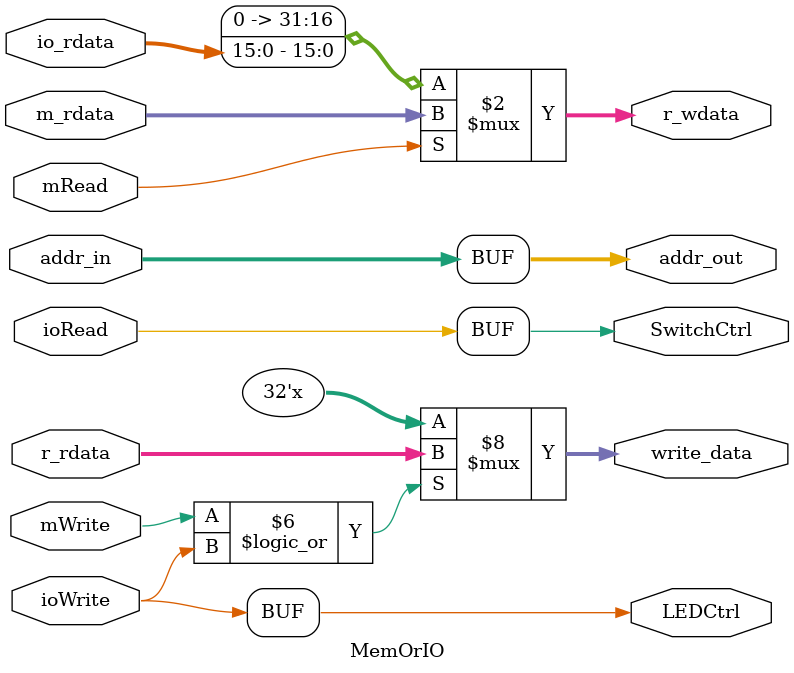
<source format=v>
`timescale 1ns / 1ps


module MemOrIO( mRead, mWrite, ioRead, ioWrite,addr_in, addr_out, m_rdata, io_rdata, r_wdata, r_rdata, write_data, LEDCtrl, SwitchCtrl);
input mRead; // read memory, from Controller
input mWrite; // write memory, from Controller
input ioRead; // read IO, from Controller
input ioWrite; // write IO, from Controller
input[31:0] addr_in; // from alu_result in ALU
output[31:0] addr_out; // address to Data-Memory
input[31:0] m_rdata; // data read from Data-Memory
input[15:0] io_rdata; // data read from IO,16 bits
output[31:0] r_wdata; // data to Decoder(register file)
input[31:0] r_rdata; // data read from Decoder(register file)
output reg[31:0] write_data; // data to memor y or I/O£¨m_wdata, io_wdata£©
output LEDCtrl; // LED Chip Select
output SwitchCtrl; // Switch Chip Select
assign addr_out= addr_in;
// The data wirte to register file may be from memory or io. 
// While the data is from io, it should be the lower 16bit of r_wdata. 
assign r_wdata = (mRead == 1)? m_rdata:{16'b0,io_rdata};
// Chip select signal of Led and Switch are all active high;
assign LEDCtrl= ioWrite;
assign SwitchCtrl= ioRead;
always @* begin
if((mWrite==1)||(ioWrite==1))
//wirte_data could go to either memory or IO. where is it from?
write_data = r_rdata;
else
write_data = 32'hZZZZZZZZ;
end
endmodule

</source>
